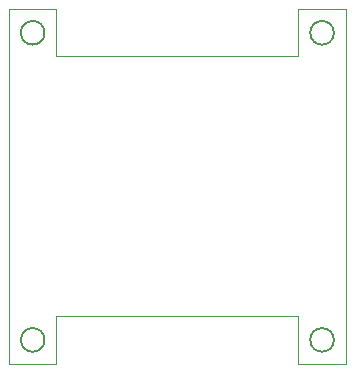
<source format=gbr>
%TF.GenerationSoftware,KiCad,Pcbnew,8.0.1*%
%TF.CreationDate,2024-05-05T22:16:20+02:00*%
%TF.ProjectId,pro_micro,70726f5f-6d69-4637-926f-2e6b69636164,rev?*%
%TF.SameCoordinates,Original*%
%TF.FileFunction,Profile,NP*%
%FSLAX46Y46*%
G04 Gerber Fmt 4.6, Leading zero omitted, Abs format (unit mm)*
G04 Created by KiCad (PCBNEW 8.0.1) date 2024-05-05 22:16:20*
%MOMM*%
%LPD*%
G01*
G04 APERTURE LIST*
%TA.AperFunction,Profile*%
%ADD10C,0.100000*%
%TD*%
%TA.AperFunction,Profile*%
%ADD11C,0.200000*%
%TD*%
G04 APERTURE END LIST*
D10*
X-10250000Y-15000000D02*
X-14250000Y-15000000D01*
D11*
X13250000Y13000000D02*
G75*
G02*
X11250000Y13000000I-1000000J0D01*
G01*
X11250000Y13000000D02*
G75*
G02*
X13250000Y13000000I1000000J0D01*
G01*
D10*
X-14250000Y15000000D02*
X-14250000Y-15000000D01*
X-14250000Y15000000D02*
X-10250000Y15000000D01*
X-10250000Y11000000D02*
X10250000Y11000000D01*
X10250000Y11000000D02*
X10250000Y15000000D01*
D11*
X-11250000Y13000000D02*
G75*
G02*
X-13250000Y13000000I-1000000J0D01*
G01*
X-13250000Y13000000D02*
G75*
G02*
X-11250000Y13000000I1000000J0D01*
G01*
D10*
X10250000Y15000000D02*
X14250000Y15000000D01*
X14250000Y-11000000D02*
X14250000Y-15000000D01*
X-10250000Y-11000000D02*
X10250000Y-11000000D01*
X-10250000Y15000000D02*
X-10250000Y11000000D01*
D11*
X13250000Y-13000000D02*
G75*
G02*
X11250000Y-13000000I-1000000J0D01*
G01*
X11250000Y-13000000D02*
G75*
G02*
X13250000Y-13000000I1000000J0D01*
G01*
X-11250000Y-13000000D02*
G75*
G02*
X-13250000Y-13000000I-1000000J0D01*
G01*
X-13250000Y-13000000D02*
G75*
G02*
X-11250000Y-13000000I1000000J0D01*
G01*
D10*
X14250000Y-11000000D02*
X14250000Y11000000D01*
X10250000Y-15000000D02*
X10250000Y-11000000D01*
X14250000Y-15000000D02*
X10250000Y-15000000D01*
X-10250000Y-15000000D02*
X-10250000Y-11000000D01*
X14250000Y15000000D02*
X14250000Y11000000D01*
M02*

</source>
